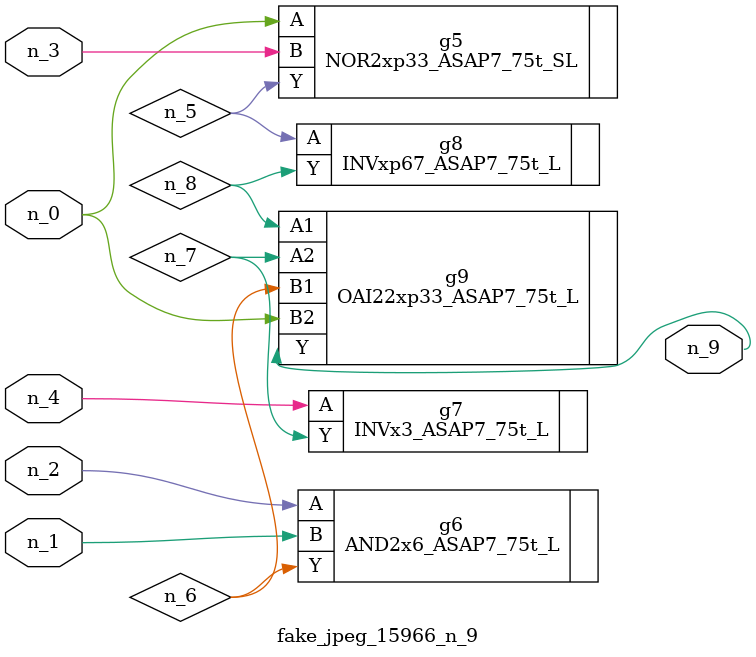
<source format=v>
module fake_jpeg_15966_n_9 (n_3, n_2, n_1, n_0, n_4, n_9);

input n_3;
input n_2;
input n_1;
input n_0;
input n_4;

output n_9;

wire n_8;
wire n_6;
wire n_5;
wire n_7;

NOR2xp33_ASAP7_75t_SL g5 ( 
.A(n_0),
.B(n_3),
.Y(n_5)
);

AND2x6_ASAP7_75t_L g6 ( 
.A(n_2),
.B(n_1),
.Y(n_6)
);

INVx3_ASAP7_75t_L g7 ( 
.A(n_4),
.Y(n_7)
);

INVxp67_ASAP7_75t_L g8 ( 
.A(n_5),
.Y(n_8)
);

OAI22xp33_ASAP7_75t_L g9 ( 
.A1(n_8),
.A2(n_7),
.B1(n_6),
.B2(n_0),
.Y(n_9)
);


endmodule
</source>
